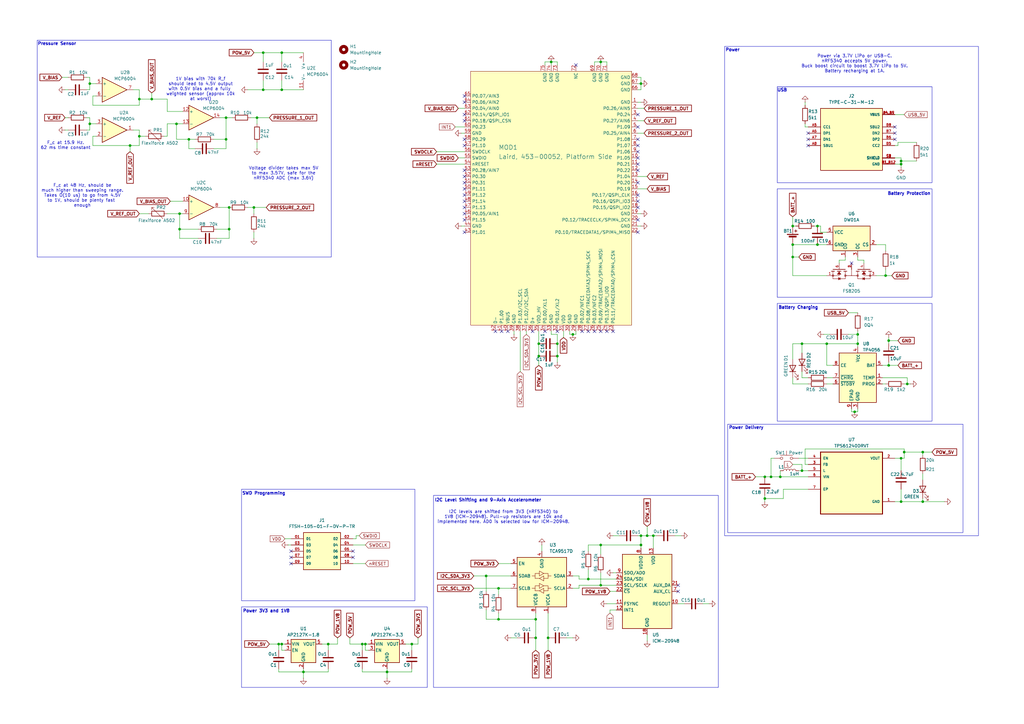
<source format=kicad_sch>
(kicad_sch (version 20250114) (generator "eeschema") (generator_version "9.0")
  (paper "A3")
  (rectangle (start 177.8 203.2) (end 294.64 281.94))
  (rectangle (start 298.45 173.99) (end 394.97 218.44))
  (rectangle (start 99.06 200.66) (end 170.18 246.38))
  (rectangle (start 318.77 77.47) (end 382.27 121.92))
  (rectangle (start 99.06 248.92) (end 175.26 281.94))
  (rectangle (start 15.24 16.51) (end 135.89 105.41))
  (rectangle (start 297.18 19.05) (end 401.32 219.71))
  (rectangle (start 318.77 124.46) (end 382.27 172.72))
  (rectangle (start 318.77 35.56) (end 382.27 74.93))
  (text "Power" (at 300.482 20.574 0) (effects (font (size 1.27 1.27) (thickness 0.254) (bold yes))))
  (text "USB" (at 320.802 37.084 0) (effects (font (size 1.27 1.27) (thickness 0.254) (bold yes))))
  (text "Battery Charging\n" (at 327.406 126.238 0) (effects (font (size 1.27 1.27) (thickness 0.254) (bold yes))))
  (text "I2C Level Shifting and 9-Axis Accelerometer" (at 200.152 205.232 0) (effects (font (size 1.27 1.27) (thickness 0.254) (bold yes))))
  (text "Voltage divider takes max 5V\nto max 3.57V, safe for the\nnRF5340 ADC (max 3.6V)" (at 116.332 71.12 0) (effects (font (size 1.27 1.27))))
  (text "1V bias with 70k R_f\nshould lead to 4.5V output\nwith 0.5V bias and a fully \nweighted sensor (approx 10k\nat worst)" (at 82.296 36.576 0) (effects (font (size 1.27 1.27))))
  (text "Power Delivery" (at 306.07 175.514 0) (effects (font (size 1.27 1.27) (thickness 0.254) (bold yes))))
  (text "Power via 3.7V LiPo or USB-C.\nnRF5340 accepts 5V power.\nBuck boost circuit to boost 3.7V LiPo to 5V.\nBattery recharging at 1A." (at 350.52 26.162 0) (effects (font (size 1.27 1.27) (thickness 0.1588))))
  (text "Pressure Sensor\n" (at 23.368 18.034 0) (effects (font (size 1.27 1.27) (thickness 0.254) (bold yes))))
  (text "Power 3V3 and 1V8" (at 109.22 250.698 0) (effects (font (size 1.27 1.27) (thickness 0.254) (bold yes))))
  (text "F_c at 48 Hz, should be\nmuch higher than sweeping range.\nTakes O(10 us) to go from 4.5V\nto 1V, should be plenty fast \nenough" (at 33.782 80.264 0) (effects (font (size 1.27 1.27))))
  (text "F_c at 15.9 Hz.\n62 ms time constant" (at 26.924 59.69 0) (effects (font (size 1.27 1.27) (thickness 0.1588))))
  (text "I2C levels are shifted from 3V3 (nRF5340) to\n1V8 (ICM-20948). Pull-up resistors are 10k and\nimplemented here. AD0 is selected low for ICM-20948." (at 206.502 212.09 0) (effects (font (size 1.27 1.27) (thickness 0.1588))))
  (text "Battery Protection" (at 372.872 79.502 0) (effects (font (size 1.27 1.27) (thickness 0.254) (bold yes))))
  (text "SWD Programming" (at 108.204 202.438 0) (effects (font (size 1.27 1.27) (thickness 0.254) (bold yes))))
  (junction (at 73.66 93.98))
  (junction (at 62.23 40.64))
  (junction (at 369.57 67.31))
  (junction (at 364.49 149.86))
  (junction (at 339.09 140.97))
  (junction (at 246.38 25.4))
  (junction (at 228.6 140.97))
  (junction (at 320.04 195.58))
  (junction (at 105.41 48.26))
  (junction (at 328.93 140.97))
  (junction (at 369.57 66.04))
  (junction (at 313.69 204.47))
  (junction (at 316.23 195.58))
  (junction (at 158.75 275.59))
  (junction (at 363.22 113.03))
  (junction (at 265.43 219.71))
  (junction (at 115.57 264.16))
  (junction (at 228.6 146.05))
  (junction (at 241.3 237.49))
  (junction (at 104.14 85.09))
  (junction (at 36.83 50.8))
  (junction (at 325.12 105.41))
  (junction (at 53.34 59.69))
  (junction (at 262.89 219.71))
  (junction (at 262.89 223.52))
  (junction (at 115.57 21.59))
  (junction (at 115.57 36.83))
  (junction (at 124.46 275.59))
  (junction (at 219.71 254))
  (junction (at 57.15 40.64))
  (junction (at 114.3 264.16))
  (junction (at 219.71 261.62))
  (junction (at 335.28 100.33))
  (junction (at 378.46 205.74))
  (junction (at 370.84 185.42))
  (junction (at 57.15 55.88))
  (junction (at 328.93 193.04))
  (junction (at 107.95 36.83))
  (junction (at 148.59 264.16))
  (junction (at 92.71 57.15))
  (junction (at 77.47 57.15))
  (junction (at 199.39 236.22))
  (junction (at 92.71 48.26))
  (junction (at 364.49 139.7))
  (junction (at 234.95 137.16))
  (junction (at 378.46 185.42))
  (junction (at 226.06 25.4))
  (junction (at 372.11 157.48))
  (junction (at 224.79 261.62))
  (junction (at 369.57 187.96))
  (junction (at 369.57 205.74))
  (junction (at 351.79 140.97))
  (junction (at 262.89 34.29))
  (junction (at 36.83 34.29))
  (junction (at 204.47 254))
  (junction (at 93.98 93.98))
  (junction (at 246.38 240.03))
  (junction (at 204.47 241.3))
  (junction (at 350.52 168.91))
  (junction (at 313.69 195.58))
  (junction (at 149.86 264.16))
  (junction (at 325.12 100.33))
  (junction (at 351.79 137.16))
  (junction (at 107.95 21.59))
  (junction (at 325.12 92.71))
  (junction (at 267.97 219.71))
  (junction (at 134.62 264.16))
  (junction (at 220.98 140.97))
  (junction (at 168.91 264.16))
  (junction (at 72.39 50.8))
  (junction (at 246.38 223.52))
  (junction (at 73.66 87.63))
  (junction (at 220.98 146.05))
  (junction (at 93.98 85.09))
  (junction (at 335.28 92.71))
  (no_connect (at 261.62 85.09))
  (no_connect (at 331.47 59.69))
  (no_connect (at 190.5 69.85))
  (no_connect (at 331.47 57.15))
  (no_connect (at 241.3 135.89))
  (no_connect (at 261.62 67.31))
  (no_connect (at 190.5 49.53))
  (no_connect (at 190.5 82.55))
  (no_connect (at 331.47 54.61))
  (no_connect (at 246.38 135.89))
  (no_connect (at 278.13 242.57))
  (no_connect (at 190.5 90.17))
  (no_connect (at 228.6 135.89))
  (no_connect (at 119.38 226.06))
  (no_connect (at 205.74 135.89))
  (no_connect (at 190.5 95.25))
  (no_connect (at 190.5 46.99))
  (no_connect (at 278.13 240.03))
  (no_connect (at 367.03 54.61))
  (no_connect (at 261.62 74.93))
  (no_connect (at 190.5 41.91))
  (no_connect (at 261.62 52.07))
  (no_connect (at 223.52 135.89))
  (no_connect (at 261.62 59.69))
  (no_connect (at 190.5 77.47))
  (no_connect (at 251.46 135.89))
  (no_connect (at 261.62 69.85))
  (no_connect (at 203.2 135.89))
  (no_connect (at 144.78 228.6))
  (no_connect (at 261.62 46.99))
  (no_connect (at 190.5 85.09))
  (no_connect (at 238.76 135.89))
  (no_connect (at 367.03 52.07))
  (no_connect (at 190.5 87.63))
  (no_connect (at 208.28 135.89))
  (no_connect (at 190.5 74.93))
  (no_connect (at 261.62 57.15))
  (no_connect (at 261.62 95.25))
  (no_connect (at 243.84 135.89))
  (no_connect (at 261.62 90.17))
  (no_connect (at 119.38 228.6))
  (no_connect (at 261.62 80.01))
  (no_connect (at 261.62 64.77))
  (no_connect (at 261.62 82.55))
  (no_connect (at 349.25 107.95))
  (no_connect (at 261.62 62.23))
  (no_connect (at 144.78 226.06))
  (no_connect (at 218.44 135.89))
  (no_connect (at 367.03 57.15))
  (no_connect (at 190.5 39.37))
  (no_connect (at 190.5 80.01))
  (no_connect (at 236.22 26.67))
  (no_connect (at 190.5 72.39))
  (no_connect (at 190.5 57.15))
  (no_connect (at 119.38 231.14))
  (no_connect (at 190.5 59.69))
  (no_connect (at 248.92 135.89))
  (wire (pts (xy 267.97 219.71) (xy 267.97 224.79)))
  (wire (pts (xy 349.25 168.91) (xy 350.52 168.91)))
  (wire (pts (xy 313.69 204.47) (xy 321.31 204.47)))
  (wire (pts (xy 53.34 59.69) (xy 53.34 62.23)))
  (wire (pts (xy 134.62 264.16) (xy 132.08 264.16)))
  (wire (pts (xy 38.1 39.37) (xy 38.1 43.18)))
  (wire (pts (xy 261.62 219.71) (xy 262.89 219.71)))
  (wire (pts (xy 171.45 261.62) (xy 171.45 264.16)))
  (wire (pts (xy 124.46 275.59) (xy 124.46 278.13)))
  (wire (pts (xy 237.49 237.49) (xy 241.3 237.49)))
  (wire (pts (xy 261.62 54.61) (xy 264.16 54.61)))
  (wire (pts (xy 364.49 139.7) (xy 368.3 139.7)))
  (wire (pts (xy 168.91 275.59) (xy 158.75 275.59)))
  (wire (pts (xy 92.71 57.15) (xy 87.63 57.15)))
  (wire (pts (xy 81.28 93.98) (xy 73.66 93.98)))
  (wire (pts (xy 57.15 36.83) (xy 54.61 36.83)))
  (wire (pts (xy 134.62 266.7) (xy 134.62 264.16)))
  (wire (pts (xy 251.46 234.95) (xy 252.73 234.95)))
  (wire (pts (xy 25.4 31.75) (xy 27.94 31.75)))
  (wire (pts (xy 261.62 44.45) (xy 264.16 44.45)))
  (wire (pts (xy 359.41 100.33) (xy 363.22 100.33)))
  (wire (pts (xy 57.15 55.88) (xy 59.69 55.88)))
  (wire (pts (xy 370.84 185.42) (xy 370.84 187.96)))
  (wire (pts (xy 105.41 48.26) (xy 110.49 48.26)))
  (wire (pts (xy 104.14 21.59) (xy 107.95 21.59)))
  (wire (pts (xy 351.79 168.91) (xy 350.52 168.91)))
  (wire (pts (xy 80.01 60.96) (xy 77.47 60.96)))
  (wire (pts (xy 346.71 106.68) (xy 344.17 106.68)))
  (wire (pts (xy 93.98 85.09) (xy 93.98 93.98)))
  (wire (pts (xy 107.95 36.83) (xy 115.57 36.83)))
  (wire (pts (xy 339.09 149.86) (xy 339.09 140.97)))
  (wire (pts (xy 115.57 36.83) (xy 124.46 36.83)))
  (wire (pts (xy 241.3 226.06) (xy 241.3 223.52)))
  (wire (pts (xy 248.92 247.65) (xy 252.73 247.65)))
  (wire (pts (xy 194.31 241.3) (xy 204.47 241.3)))
  (wire (pts (xy 370.84 184.15) (xy 370.84 185.42)))
  (wire (pts (xy 104.14 95.25) (xy 104.14 97.79)))
  (wire (pts (xy 265.43 260.35) (xy 265.43 262.89)))
  (wire (pts (xy 226.06 137.16) (xy 226.06 135.89)))
  (wire (pts (xy 223.52 25.4) (xy 226.06 25.4)))
  (wire (pts (xy 148.59 274.32) (xy 148.59 275.59)))
  (wire (pts (xy 116.84 266.7) (xy 115.57 266.7)))
  (wire (pts (xy 241.3 223.52) (xy 246.38 223.52)))
  (wire (pts (xy 328.93 154.94) (xy 331.47 154.94)))
  (wire (pts (xy 248.92 26.67) (xy 248.92 25.4)))
  (wire (pts (xy 335.28 100.33) (xy 339.09 100.33)))
  (wire (pts (xy 349.25 167.64) (xy 349.25 168.91)))
  (wire (pts (xy 313.69 195.58) (xy 316.23 195.58)))
  (wire (pts (xy 215.9 135.89) (xy 215.9 137.16)))
  (wire (pts (xy 226.06 25.4) (xy 226.06 26.67)))
  (wire (pts (xy 158.75 275.59) (xy 158.75 274.32)))
  (wire (pts (xy 369.57 187.96) (xy 367.03 187.96)))
  (wire (pts (xy 220.98 149.86) (xy 220.98 146.05)))
  (wire (pts (xy 149.86 264.16) (xy 151.13 264.16)))
  (wire (pts (xy 228.6 146.05) (xy 228.6 148.59)))
  (wire (pts (xy 35.56 53.34) (xy 36.83 53.34)))
  (wire (pts (xy 228.6 137.16) (xy 228.6 140.97)))
  (wire (pts (xy 146.05 220.98) (xy 144.78 220.98)))
  (wire (pts (xy 243.84 26.67) (xy 243.84 25.4)))
  (wire (pts (xy 316.23 195.58) (xy 320.04 195.58)))
  (wire (pts (xy 124.46 274.32) (xy 124.46 275.59)))
  (wire (pts (xy 250.19 242.57) (xy 252.73 242.57)))
  (wire (pts (xy 67.31 55.88) (xy 68.58 55.88)))
  (wire (pts (xy 246.38 25.4) (xy 246.38 26.67)))
  (wire (pts (xy 57.15 43.18) (xy 57.15 40.64)))
  (wire (pts (xy 38.1 59.69) (xy 38.1 55.88)))
  (wire (pts (xy 369.57 66.04) (xy 369.57 67.31)))
  (wire (pts (xy 68.58 55.88) (xy 68.58 50.8)))
  (wire (pts (xy 344.17 107.95) (xy 344.17 106.68)))
  (wire (pts (xy 370.84 157.48) (xy 372.11 157.48)))
  (wire (pts (xy 187.96 44.45) (xy 190.5 44.45)))
  (wire (pts (xy 261.62 31.75) (xy 262.89 31.75)))
  (wire (pts (xy 351.79 137.16) (xy 351.79 140.97)))
  (wire (pts (xy 361.95 154.94) (xy 372.11 154.94)))
  (wire (pts (xy 179.07 62.23) (xy 190.5 62.23)))
  (wire (pts (xy 219.71 254) (xy 219.71 261.62)))
  (wire (pts (xy 26.67 48.26) (xy 27.94 48.26)))
  (wire (pts (xy 105.41 58.42) (xy 105.41 60.96)))
  (wire (pts (xy 115.57 266.7) (xy 115.57 264.16)))
  (wire (pts (xy 110.49 264.16) (xy 114.3 264.16)))
  (wire (pts (xy 74.93 45.72) (xy 68.58 45.72)))
  (wire (pts (xy 267.97 219.71) (xy 269.24 219.71)))
  (wire (pts (xy 364.49 148.59) (xy 364.49 149.86)))
  (wire (pts (xy 210.82 135.89) (xy 210.82 137.16)))
  (wire (pts (xy 57.15 40.64) (xy 57.15 36.83)))
  (wire (pts (xy 367.03 67.31) (xy 369.57 67.31)))
  (wire (pts (xy 77.47 60.96) (xy 77.47 57.15)))
  (wire (pts (xy 339.09 157.48) (xy 341.63 157.48)))
  (wire (pts (xy 204.47 231.14) (xy 209.55 231.14)))
  (wire (pts (xy 316.23 187.96) (xy 316.23 195.58)))
  (wire (pts (xy 204.47 241.3) (xy 209.55 241.3)))
  (wire (pts (xy 199.39 236.22) (xy 209.55 236.22)))
  (wire (pts (xy 114.3 274.32) (xy 114.3 275.59)))
  (wire (pts (xy 339.09 140.97) (xy 351.79 140.97)))
  (wire (pts (xy 278.13 247.65) (xy 280.67 247.65)))
  (wire (pts (xy 261.62 72.39) (xy 265.43 72.39)))
  (wire (pts (xy 351.79 167.64) (xy 351.79 168.91)))
  (wire (pts (xy 262.89 36.83) (xy 262.89 34.29)))
  (wire (pts (xy 234.95 236.22) (xy 237.49 236.22)))
  (wire (pts (xy 73.66 93.98) (xy 73.66 97.79)))
  (wire (pts (xy 347.98 128.27) (xy 351.79 128.27)))
  (wire (pts (xy 246.38 240.03) (xy 252.73 240.03)))
  (wire (pts (xy 107.95 33.02) (xy 107.95 36.83)))
  (wire (pts (xy 367.03 205.74) (xy 369.57 205.74)))
  (wire (pts (xy 262.89 31.75) (xy 262.89 34.29)))
  (wire (pts (xy 325.12 190.5) (xy 328.93 190.5)))
  (wire (pts (xy 327.66 193.04) (xy 328.93 193.04)))
  (wire (pts (xy 368.3 58.42) (xy 368.3 59.69)))
  (wire (pts (xy 331.47 200.66) (xy 321.31 200.66)))
  (wire (pts (xy 339.09 154.94) (xy 341.63 154.94)))
  (wire (pts (xy 194.31 236.22) (xy 199.39 236.22)))
  (wire (pts (xy 92.71 48.26) (xy 95.25 48.26)))
  (wire (pts (xy 143.51 261.62) (xy 143.51 264.16)))
  (wire (pts (xy 223.52 26.67) (xy 223.52 25.4)))
  (wire (pts (xy 334.01 92.71) (xy 335.28 92.71)))
  (wire (pts (xy 220.98 135.89) (xy 220.98 140.97)))
  (wire (pts (xy 363.22 113.03) (xy 365.76 113.03)))
  (wire (pts (xy 265.43 215.9) (xy 265.43 219.71)))
  (wire (pts (xy 363.22 100.33) (xy 363.22 102.87)))
  (wire (pts (xy 114.3 275.59) (xy 124.46 275.59)))
  (wire (pts (xy 288.29 247.65) (xy 290.83 247.65)))
  (wire (pts (xy 237.49 240.03) (xy 237.49 241.3)))
  (wire (pts (xy 364.49 138.43) (xy 364.49 139.7)))
  (wire (pts (xy 237.49 236.22) (xy 237.49 237.49)))
  (wire (pts (xy 228.6 140.97) (xy 228.6 146.05)))
  (wire (pts (xy 262.89 219.71) (xy 265.43 219.71)))
  (wire (pts (xy 138.43 261.62) (xy 138.43 264.16)))
  (wire (pts (xy 261.62 92.71) (xy 262.89 92.71)))
  (wire (pts (xy 171.45 264.16) (xy 168.91 264.16)))
  (wire (pts (xy 149.86 223.52) (xy 144.78 223.52)))
  (wire (pts (xy 364.49 139.7) (xy 364.49 140.97)))
  (wire (pts (xy 57.15 53.34) (xy 57.15 55.88)))
  (wire (pts (xy 236.22 137.16) (xy 234.95 137.16)))
  (wire (pts (xy 53.34 59.69) (xy 38.1 59.69)))
  (wire (pts (xy 347.98 137.16) (xy 351.79 137.16)))
  (wire (pts (xy 321.31 200.66) (xy 321.31 204.47)))
  (wire (pts (xy 114.3 264.16) (xy 115.57 264.16)))
  (wire (pts (xy 57.15 55.88) (xy 57.15 59.69)))
  (wire (pts (xy 320.04 195.58) (xy 331.47 195.58)))
  (wire (pts (xy 115.57 33.02) (xy 115.57 36.83)))
  (wire (pts (xy 220.98 140.97) (xy 220.98 146.05)))
  (wire (pts (xy 148.59 275.59) (xy 158.75 275.59)))
  (wire (pts (xy 35.56 31.75) (xy 36.83 31.75)))
  (wire (pts (xy 336.55 95.25) (xy 339.09 95.25)))
  (wire (pts (xy 90.17 48.26) (xy 92.71 48.26)))
  (wire (pts (xy 148.59 264.16) (xy 149.86 264.16)))
  (wire (pts (xy 36.83 50.8) (xy 36.83 53.34)))
  (wire (pts (xy 351.79 135.89) (xy 351.79 137.16)))
  (wire (pts (xy 102.87 48.26) (xy 105.41 48.26)))
  (wire (pts (xy 80.01 57.15) (xy 77.47 57.15)))
  (wire (pts (xy 72.39 57.15) (xy 72.39 50.8)))
  (wire (pts (xy 243.84 25.4) (xy 246.38 25.4)))
  (wire (pts (xy 246.38 223.52) (xy 246.38 227.33)))
  (wire (pts (xy 168.91 264.16) (xy 166.37 264.16)))
  (wire (pts (xy 148.59 264.16) (xy 148.59 266.7)))
  (wire (pts (xy 204.47 254) (xy 219.71 254)))
  (wire (pts (xy 378.46 185.42) (xy 378.46 186.69)))
  (wire (pts (xy 57.15 59.69) (xy 53.34 59.69)))
  (wire (pts (xy 378.46 204.47) (xy 378.46 205.74)))
  (wire (pts (xy 146.05 219.71) (xy 146.05 220.98)))
  (wire (pts (xy 330.2 52.07) (xy 331.47 52.07)))
  (wire (pts (xy 367.03 64.77) (xy 369.57 64.77)))
  (wire (pts (xy 228.6 25.4) (xy 226.06 25.4)))
  (wire (pts (xy 107.95 21.59) (xy 107.95 25.4)))
  (wire (pts (xy 186.69 52.07) (xy 190.5 52.07)))
  (wire (pts (xy 228.6 137.16) (xy 226.06 137.16)))
  (wire (pts (xy 368.3 58.42) (xy 375.92 58.42)))
  (wire (pts (xy 231.14 135.89) (xy 231.14 138.43)))
  (wire (pts (xy 330.2 41.91) (xy 330.2 43.18)))
  (wire (pts (xy 134.62 274.32) (xy 134.62 275.59)))
  (wire (pts (xy 204.47 251.46) (xy 204.47 254)))
  (wire (pts (xy 341.63 149.86) (xy 339.09 149.86)))
  (wire (pts (xy 134.62 275.59) (xy 124.46 275.59)))
  (wire (pts (xy 232.41 261.62) (xy 234.95 261.62)))
  (wire (pts (xy 369.57 205.74) (xy 378.46 205.74)))
  (wire (pts (xy 331.47 190.5) (xy 330.2 190.5)))
  (wire (pts (xy 261.62 49.53) (xy 264.16 49.53)))
  (wire (pts (xy 114.3 264.16) (xy 114.3 266.7)))
  (wire (pts (xy 325.12 154.94) (xy 325.12 157.48)))
  (wire (pts (xy 325.12 140.97) (xy 328.93 140.97)))
  (wire (pts (xy 73.66 87.63) (xy 74.93 87.63)))
  (wire (pts (xy 224.79 251.46) (xy 224.79 261.62)))
  (wire (pts (xy 262.89 219.71) (xy 262.89 223.52)))
  (wire (pts (xy 370.84 185.42) (xy 378.46 185.42)))
  (wire (pts (xy 199.39 254) (xy 204.47 254)))
  (wire (pts (xy 233.68 137.16) (xy 234.95 137.16)))
  (wire (pts (xy 118.11 223.52) (xy 119.38 223.52)))
  (wire (pts (xy 149.86 266.7) (xy 149.86 264.16)))
  (wire (pts (xy 261.62 87.63) (xy 262.89 87.63)))
  (wire (pts (xy 313.69 203.2) (xy 313.69 204.47)))
  (wire (pts (xy 73.66 87.63) (xy 73.66 93.98)))
  (wire (pts (xy 38.1 43.18) (xy 57.15 43.18)))
  (wire (pts (xy 378.46 194.31) (xy 378.46 196.85)))
  (wire (pts (xy 261.62 77.47) (xy 265.43 77.47)))
  (wire (pts (xy 328.93 144.78) (xy 328.93 140.97)))
  (wire (pts (xy 351.79 140.97) (xy 351.79 142.24)))
  (wire (pts (xy 72.39 50.8) (xy 74.93 50.8)))
  (wire (pts (xy 204.47 241.3) (xy 204.47 243.84)))
  (wire (pts (xy 36.83 34.29) (xy 36.83 36.83)))
  (wire (pts (xy 143.51 264.16) (xy 148.59 264.16)))
  (wire (pts (xy 77.47 57.15) (xy 72.39 57.15)))
  (wire (pts (xy 68.58 50.8) (xy 72.39 50.8)))
  (wire (pts (xy 237.49 240.03) (xy 246.38 240.03)))
  (wire (pts (xy 246.38 223.52) (xy 262.89 223.52)))
  (wire (pts (xy 262.89 223.52) (xy 262.89 224.79)))
  (wire (pts (xy 328.93 140.97) (xy 339.09 140.97)))
  (wire (pts (xy 68.58 45.72) (xy 68.58 40.64)))
  (wire (pts (xy 151.13 266.7) (xy 149.86 266.7)))
  (wire (pts (xy 68.58 40.64) (xy 62.23 40.64)))
  (wire (pts (xy 35.56 36.83) (xy 36.83 36.83)))
  (wire (pts (xy 62.23 40.64) (xy 57.15 40.64)))
  (wire (pts (xy 369.57 193.04) (xy 369.57 187.96)))
  (wire (pts (xy 219.71 261.62) (xy 219.71 266.7)))
  (wire (pts (xy 219.71 251.46) (xy 219.71 254)))
  (wire (pts (xy 378.46 185.42) (xy 382.27 185.42)))
  (wire (pts (xy 261.62 36.83) (xy 262.89 36.83)))
  (wire (pts (xy 158.75 275.59) (xy 158.75 278.13)))
  (wire (pts (xy 237.49 241.3) (xy 234.95 241.3)))
  (wire (pts (xy 115.57 264.16) (xy 116.84 264.16)))
  (wire (pts (xy 90.17 85.09) (xy 93.98 85.09)))
  (wire (pts (xy 36.83 34.29) (xy 39.37 34.29)))
  (wire (pts (xy 241.3 233.68) (xy 241.3 237.49)))
  (wire (pts (xy 346.71 106.68) (xy 346.71 105.41)))
  (wire (pts (xy 327.66 187.96) (xy 331.47 187.96)))
  (wire (pts (xy 330.2 184.15) (xy 370.84 184.15)))
  (wire (pts (xy 228.6 26.67) (xy 228.6 25.4)))
  (wire (pts (xy 105.41 48.26) (xy 105.41 50.8)))
  (wire (pts (xy 325.12 113.03) (xy 325.12 105.41)))
  (wire (pts (xy 138.43 264.16) (xy 134.62 264.16)))
  (wire (pts (xy 367.03 46.99) (xy 370.84 46.99)))
  (wire (pts (xy 209.55 261.62) (xy 212.09 261.62)))
  (wire (pts (xy 325.12 92.71) (xy 326.39 92.71)))
  (wire (pts (xy 26.67 36.83) (xy 27.94 36.83)))
  (wire (pts (xy 325.12 88.9) (xy 325.12 92.71)))
  (wire (pts (xy 115.57 21.59) (xy 115.57 25.4)))
  (wire (pts (xy 369.57 64.77) (xy 369.57 66.04)))
  (wire (pts (xy 87.63 60.96) (xy 92.71 60.96)))
  (wire (pts (xy 339.09 113.03) (xy 325.12 113.03)))
  (wire (pts (xy 313.69 204.47) (xy 313.69 205.74)))
  (wire (pts (xy 101.6 36.83) (xy 107.95 36.83)))
  (wire (pts (xy 276.86 219.71) (xy 279.4 219.71)))
  (wire (pts (xy 168.91 274.32) (xy 168.91 275.59)))
  (wire (pts (xy 372.11 154.94) (xy 372.11 157.48)))
  (wire (pts (xy 250.19 250.19) (xy 252.73 250.19)))
  (wire (pts (xy 248.92 25.4) (xy 246.38 25.4)))
  (wire (pts (xy 325.12 147.32) (xy 325.12 140.97)))
  (wire (pts (xy 328.93 152.4) (xy 328.93 154.94)))
  (wire (pts (xy 246.38 234.95) (xy 246.38 240.03)))
  (wire (pts (xy 368.3 59.69) (xy 367.03 59.69)))
  (wire (pts (xy 369.57 187.96) (xy 370.84 187.96)))
  (wire (pts (xy 351.79 106.68) (xy 351.79 105.41)))
  (wire (pts (xy 364.49 149.86) (xy 361.95 149.86)))
  (wire (pts (xy 361.95 157.48) (xy 363.22 157.48)))
  (wire (pts (xy 68.58 87.63) (xy 73.66 87.63)))
  (wire (pts (xy 93.98 93.98) (xy 88.9 93.98)))
  (wire (pts (xy 378.46 205.74) (xy 387.35 205.74)))
  (wire (pts (xy 199.39 236.22) (xy 199.39 242.57)))
  (wire (pts (xy 354.33 107.95) (xy 354.33 106.68)))
  (wire (pts (xy 325.12 157.48) (xy 331.47 157.48)))
  (wire (pts (xy 335.28 92.71) (xy 336.55 92.71)))
  (wire (pts (xy 88.9 97.79) (xy 93.98 97.79)))
  (wire (pts (xy 147.32 219.71) (xy 146.05 219.71)))
  (wire (pts (xy 36.83 48.26) (xy 36.83 50.8)))
  (wire (pts (xy 325.12 105.41) (xy 325.12 100.33)))
  (wire (pts (xy 261.62 41.91) (xy 262.89 41.91)))
  (wire (pts (xy 35.56 48.26) (xy 36.83 48.26)))
  (wire (pts (xy 36.83 31.75) (xy 36.83 34.29)))
  (wire (pts (xy 261.62 34.29) (xy 262.89 34.29)))
  (wire (pts (xy 38.1 55.88) (xy 39.37 55.88)))
  (wire (pts (xy 224.79 261.62) (xy 224.79 266.7)))
  (wire (pts (xy 26.67 53.34) (xy 27.94 53.34)))
  (wire (pts (xy 36.83 50.8) (xy 39.37 50.8)))
  (wire (pts (xy 92.71 60.96) (xy 92.71 57.15)))
  (wire (pts (xy 222.25 223.52) (xy 222.25 226.06)))
  (wire (pts (xy 320.04 193.04) (xy 320.04 195.58)))
  (wire (pts (xy 233.68 135.89) (xy 233.68 137.16)))
  (wire (pts (xy 250.19 251.46) (xy 250.19 250.19)))
  (wire (pts (xy 54.61 53.34) (xy 57.15 53.34)))
  (wire (pts (xy 69.85 82.55) (xy 74.93 82.55)))
  (wire (pts (xy 213.36 135.89) (xy 213.36 152.4)))
  (wire (pts (xy 363.22 113.03) (xy 363.22 110.49)))
  (wire (pts (xy 359.41 113.03) (xy 363.22 113.03)))
  (wire (pts (xy 330.2 190.5) (xy 330.2 184.15)))
  (wire (pts (xy 330.2 50.8) (xy 330.2 52.07)))
  (wire (pts (xy 364.49 149.86) (xy 368.3 149.86)))
  (wire (pts (xy 241.3 237.49) (xy 252.73 237.49)))
  (wire (pts (xy 236.22 135.89) (xy 236.22 137.16)))
  (wire (pts (xy 168.91 266.7) (xy 168.91 264.16)))
  (wire (pts (xy 81.28 97.79) (xy 73.66 97.79)))
  (wire (pts (xy 309.88 195.58) (xy 313.69 195.58)))
  (wire (pts (xy 317.5 187.96) (xy 316.23 187.96)))
  (wire (pts (xy 116.84 220.98) (xy 119.38 220.98)))
  (wire (pts (xy 101.6 85.09) (xy 104.14 85.09)))
  (wire (pts (xy 57.15 87.63) (xy 60.96 87.63)))
  (wire (pts (xy 375.92 66.04) (xy 369.57 66.04)))
  (wire (pts (xy 92.71 48.26) (xy 92.71 57.15)))
  (wire (pts (xy 104.14 85.09) (xy 104.14 87.63)))
  (wire (pts (xy 149.86 231.14) (xy 144.78 231.14)))
  (wire (pts (xy 325.12 100.33) (xy 335.28 100.33)))
  (wire (pts (xy 93.98 97.79) (xy 93.98 93.98)))
  (wire (pts (xy 104.14 85.09) (xy 109.22 85.09)))
  (wire (pts (xy 189.23 92.71) (xy 190.5 92.71)))
  (wire (pts (xy 189.23 54.61) (xy 190.5 54.61)))
  (wire (pts (xy 265.43 219.71) (xy 267.97 219.71)))
  (wire (pts (xy 254 219.71) (xy 251.46 219.71)))
  (wire (pts (xy 369.57 67.31) (xy 369.57 68.58)))
  (wire (pts (xy 337.82 137.16) (xy 340.36 137.16)))
  (wire (pts (xy 373.38 157.48) (xy 372.11 157.48)))
  (wire (pts (xy 107.95 21.59) (xy 115.57 21.59)))
  (wire (pts (xy 199.39 250.19) (xy 199.39 254)))
  (wire (pts (xy 327.66 105.41) (xy 325.12 105.41)))
  (wire (pts (xy 354.33 106.68) (xy 351.79 106.68)))
  (wire (pts (xy 39.37 39.37) (xy 38.1 39.37)))
  (wire (pts (xy 336.55 92.71) (xy 336.55 95.25)))
  (wire (pts (xy 187.96 64.77) (xy 190.5 64.77)))
  (wire (pts (xy 328.93 193.04) (xy 331.47 193.04)))
  (wire (pts (xy 328.93 190.5) (xy 328.93 193.04)))
  (wire (pts (xy 179.07 67.31) (xy 190.5 67.31)))
  (wire (pts (xy 62.23 38.1) (xy 62.23 40.64)))
  (wire (pts (xy 369.57 200.66) (xy 369.57 205.74)))
  (wire (pts (xy 115.57 21.59) (xy 124.46 21.59)))
  (global_label "VDD" (shape input) (at 231.14 138.43 270) (effects (font (thickness 0.254) (bold yes))) (property "Intersheetrefs" "${INTERSHEET_REFS}" (effects (hide yes))))
  (global_label "I2C_SDA_3V3" (shape input) (at 194.31 236.22 180) (effects (font (thickness 0.254) (bold yes))) (property "Intersheetrefs" "${INTERSHEET_REFS}" (effects (hide yes))))
  (global_label "INT1" (shape input) (at 250.19 251.46 270) (property "Intersheetrefs" "${INTERSHEET_REFS}" (effects (hide yes))))
  (global_label "nRESET" (shape input) (at 179.07 67.31 180) (effects (font (thickness 0.254) (bold yes))) (property "Intersheetrefs" "${INTERSHEET_REFS}" (effects (hide yes))))
  (global_label "PRESSURE_2_OUT" (shape input) (at 264.16 54.61 0) (effects (font (thickness 0.254) (bold yes))) (property "Intersheetrefs" "${INTERSHEET_REFS}" (effects (hide yes))))
  (global_label "USB_5V" (shape input) (at 370.84 46.99 0) (property "Intersheetrefs" "${INTERSHEET_REFS}" (effects (hide yes))))
  (global_label "POW_3V3" (shape input) (at 219.71 266.7 270) (effects (font (thickness 0.254) (bold yes))) (property "Intersheetrefs" "${INTERSHEET_REFS}" (effects (hide yes))))
  (global_label "POW_5V" (shape input) (at 382.27 185.42 0) (effects (font (thickness 0.254) (bold yes))) (property "Intersheetrefs" "${INTERSHEET_REFS}" (effects (hide yes))))
  (global_label "POW_1V8" (shape input) (at 224.79 266.7 270) (effects (font (thickness 0.254) (bold yes))) (property "Intersheetrefs" "${INTERSHEET_REFS}" (effects (hide yes))))
  (global_label "V_BIAS_OUT" (shape input) (at 69.85 82.55 180) (effects (font (thickness 0.254) (bold yes))) (property "Intersheetrefs" "${INTERSHEET_REFS}" (effects (hide yes))))
  (global_label "V_BIAS" (shape input) (at 25.4 31.75 180) (effects (font (thickness 0.254) (bold yes))) (property "Intersheetrefs" "${INTERSHEET_REFS}" (effects (hide yes))))
  (global_label "GND" (shape input) (at 368.3 139.7 0) (effects (font (thickness 0.254) (bold yes))) (property "Intersheetrefs" "${INTERSHEET_REFS}" (effects (hide yes))))
  (global_label "SWDIO" (shape input) (at 147.32 219.71 0) (property "Intersheetrefs" "${INTERSHEET_REFS}" (effects (hide yes))))
  (global_label "POW_1V8" (shape input) (at 138.43 261.62 90) (effects (font (thickness 0.254) (bold yes))) (property "Intersheetrefs" "${INTERSHEET_REFS}" (effects (hide yes))))
  (global_label "I2C_SCL_3V3" (shape input) (at 213.36 152.4 270) (property "Intersheetrefs" "${INTERSHEET_REFS}" (effects (hide yes))))
  (global_label "SWDIO" (shape input) (at 187.96 64.77 180) (effects (font (thickness 0.254) (bold yes))) (property "Intersheetrefs" "${INTERSHEET_REFS}" (effects (hide yes))))
  (global_label "BATT_+" (shape input) (at 309.88 195.58 180) (effects (font (thickness 0.254) (bold yes))) (property "Intersheetrefs" "${INTERSHEET_REFS}" (effects (hide yes))))
  (global_label "POW_5V" (shape input) (at 110.49 264.16 180) (effects (font (thickness 0.254) (bold yes))) (property "Intersheetrefs" "${INTERSHEET_REFS}" (effects (hide yes))))
  (global_label "BATT_+" (shape input) (at 368.3 149.86 0) (effects (font (thickness 0.254) (bold yes))) (property "Intersheetrefs" "${INTERSHEET_REFS}" (effects (hide yes))))
  (global_label "V_REF_OUT" (shape input) (at 53.34 62.23 270) (effects (font (thickness 0.254) (bold yes))) (property "Intersheetrefs" "${INTERSHEET_REFS}" (effects (hide yes))))
  (global_label "INT1" (shape input) (at 186.69 52.07 180) (property "Intersheetrefs" "${INTERSHEET_REFS}" (effects (hide yes))))
  (global_label "GND" (shape input) (at 327.66 105.41 0) (effects (font (thickness 0.254) (bold yes))) (property "Intersheetrefs" "${INTERSHEET_REFS}" (effects (hide yes))))
  (global_label "USB_5V" (shape input) (at 347.98 128.27 180) (effects (font (thickness 0.254) (bold yes))) (property "Intersheetrefs" "${INTERSHEET_REFS}" (effects (hide yes))))
  (global_label "nRESET" (shape input) (at 149.86 231.14 0) (property "Intersheetrefs" "${INTERSHEET_REFS}" (effects (hide yes))))
  (global_label "V_REF" (shape input) (at 26.67 48.26 180) (effects (font (thickness 0.254) (bold yes))) (property "Intersheetrefs" "${INTERSHEET_REFS}" (effects (hide yes))))
  (global_label "POW_5V" (shape input) (at 104.14 21.59 180) (effects (font (thickness 0.254) (bold yes))) (property "Intersheetrefs" "${INTERSHEET_REFS}" (effects (hide yes))))
  (global_label "PRESSURE_2_OUT" (shape input) (at 109.22 85.09 0) (effects (font (thickness 0.254) (bold yes))) (property "Intersheetrefs" "${INTERSHEET_REFS}" (effects (hide yes))))
  (global_label "POW_3V3" (shape input) (at 204.47 231.14 180) (effects (font (thickness 0.254) (bold yes))) (property "Intersheetrefs" "${INTERSHEET_REFS}" (effects (hide yes))))
  (global_label "POW_1V8" (shape input) (at 250.19 242.57 180) (effects (font (thickness 0.254) (bold yes))) (property "Intersheetrefs" "${INTERSHEET_REFS}" (effects (hide yes))))
  (global_label "VDD" (shape input) (at 116.84 220.98 180) (property "Intersheetrefs" "${INTERSHEET_REFS}" (effects (hide yes))))
  (global_label "POW_3V3" (shape input) (at 171.45 261.62 90) (effects (font (thickness 0.254) (bold yes))) (property "Intersheetrefs" "${INTERSHEET_REFS}" (effects (hide yes))))
  (global_label "L" (shape input) (at 325.12 190.5 180) (property "Intersheetrefs" "${INTERSHEET_REFS}" (effects (hide yes))))
  (global_label "POW_5V" (shape input) (at 220.98 149.86 270) (effects (font (thickness 0.254) (bold yes))) (property "Intersheetrefs" "${INTERSHEET_REFS}" (effects (hide yes))))
  (global_label "PRESSURE_1_OUT" (shape input) (at 264.16 44.45 0) (effects (font (thickness 0.254) (bold yes))) (property "Intersheetrefs" "${INTERSHEET_REFS}" (effects (hide yes))))
  (global_label "PRESSURE_1_OUT" (shape input) (at 110.49 48.26 0) (effects (font (thickness 0.254) (bold yes))) (property "Intersheetrefs" "${INTERSHEET_REFS}" (effects (hide yes))))
  (global_label "I2C_SDA_3V3" (shape input) (at 215.9 137.16 270) (property "Intersheetrefs" "${INTERSHEET_REFS}" (effects (hide yes))))
  (global_label "POW_1V8" (shape input) (at 265.43 215.9 90) (effects (font (thickness 0.254) (bold yes))) (property "Intersheetrefs" "${INTERSHEET_REFS}" (effects (hide yes))))
  (global_label "V_BIAS_OUT" (shape input) (at 187.96 44.45 180) (effects (font (thickness 0.254) (bold yes))) (property "Intersheetrefs" "${INTERSHEET_REFS}" (effects (hide yes))))
  (global_label "V_REF_OUT" (shape input) (at 264.16 49.53 0) (effects (font (thickness 0.254) (bold yes))) (property "Intersheetrefs" "${INTERSHEET_REFS}" (effects (hide yes))))
  (global_label "SWDCLK" (shape input) (at 179.07 62.23 180) (effects (font (thickness 0.254) (bold yes))) (property "Intersheetrefs" "${INTERSHEET_REFS}" (effects (hide yes))))
  (global_label "SWDCLK" (shape input) (at 149.86 223.52 0) (property "Intersheetrefs" "${INTERSHEET_REFS}" (effects (hide yes))))
  (global_label "V_REF_OUT" (shape input) (at 57.15 87.63 180) (effects (font (thickness 0.254) (bold yes))) (property "Intersheetrefs" "${INTERSHEET_REFS}" (effects (hide yes))))
  (global_label "V_BIAS_OUT" (shape input) (at 62.23 38.1 90) (effects (font (thickness 0.254) (bold yes))) (property "Intersheetrefs" "${INTERSHEET_REFS}" (effects (hide yes))))
  (global_label "V_BIAS" (shape input) (at 265.43 77.47 0) (effects (font (thickness 0.254) (bold yes))) (property "Intersheetrefs" "${INTERSHEET_REFS}" (effects (hide yes))))
  (global_label "BATT_+" (shape input) (at 325.12 88.9 90) (effects (font (thickness 0.254) (bold yes))) (property "Intersheetrefs" "${INTERSHEET_REFS}" (effects (hide yes))))
  (global_label "GND" (shape input) (at 365.76 113.03 0) (effects (font (thickness 0.254) (bold yes))) (property "Intersheetrefs" "${INTERSHEET_REFS}" (effects (hide yes))))
  (global_label "I2C_SCL_3V3" (shape input) (at 194.31 241.3 180) (effects (font (thickness 0.254) (bold yes))) (property "Intersheetrefs" "${INTERSHEET_REFS}" (effects (hide yes))))
  (global_label "V_REF" (shape input) (at 265.43 72.39 0) (effects (font (thickness 0.254) (bold yes))) (property "Intersheetrefs" "${INTERSHEET_REFS}" (effects (hide yes))))
  (global_label "POW_5V" (shape input) (at 143.51 261.62 90) (effects (font (thickness 0.254) (bold yes))) (property "Intersheetrefs" "${INTERSHEET_REFS}" (effects (hide yes))))
  (symbol (lib_id "power:GND") (at 228.6 148.59 0) (unit 1)
    (property "Reference" "#PWR022" (effects (hide yes)))
    (property "Value" "GND" (effects (hide yes)))
    (property "Description" "Power symbol creates a global label with name \"GND\" , ground" (effects (hide yes)))
  )
  (symbol (lib_id "Device:C") (at 313.69 199.39 180) (unit 1)
    (property "Reference" "C18" (at 312.166 201.93 0) (effects (justify left)))
    (property "Value" "2.2uF" (at 319.786 201.676 0) (effects (justify left)))
    (property "Footprint" "Capacitor_SMD:C_0603_1608Metric" (effects (hide yes)))
    (property "Description" "Unpolarized capacitor" (effects (hide yes)))
  )
  (symbol (lib_id "Logic_LevelTranslator:TCA9517D") (at 222.25 238.76 180) (unit 1)
    (property "Reference" "U3" (at 225.3681 223.52 0) (effects (justify right)))
    (property "Value" "TCA9517D" (at 225.3681 226.06 0) (effects (justify right)))
    (property "Footprint" "Package_SO:VSSOP-8_3x3mm_P0.65mm" (effects (hide yes)))
    (property "Datasheet" "https://www.ti.com/lit/ds/symlink/tca9517.pdf" (effects (hide yes)))
    (property "Description" "Level-Translating I2C Bus Buffer/Repeater With Enable Function, SOIC-8" (effects (hide yes)))
  )
  (symbol (lib_id "Device:C") (at 257.81 219.71 270) (unit 1)
    (property "Reference" "C11" (at 252.73 218.44 90) (effects (justify left)))
    (property "Value" "0u1" (at 259.08 218.186 90) (effects (justify left)))
    (property "Footprint" "Capacitor_SMD:C_0402_1005Metric" (effects (hide yes)))
    (property "Description" "Unpolarized capacitor" (effects (hide yes)))
  )
  (symbol (lib_id "Device:C") (at 114.3 270.51 180) (unit 1)
    (property "Reference" "C1" (at 113.538 272.796 0) (effects (justify left)))
    (property "Value" "0u1" (at 113.792 268.224 0) (effects (justify left)))
    (property "Footprint" "Capacitor_SMD:C_0402_1005Metric" (effects (hide yes)))
    (property "Description" "Unpolarized capacitor" (effects (hide yes)))
  )
  (symbol (lib_id "Device:R") (at 335.28 154.94 90) (unit 1)
    (property "Reference" "R15" (at 333.502 152.654 90))
    (property "Value" "20k" (at 337.566 152.654 90))
    (property "Footprint" "Resistor_SMD:R_0402_1005Metric_Pad0.72x0.64mm_HandSolder" (effects (hide yes)))
    (property "Description" "Resistor" (effects (hide yes)))
  )
  (symbol (lib_id "Device:R") (at 105.41 54.61 0) (unit 1)
    (property "Reference" "R12" (at 106.68 53.848 0) (effects (justify left)))
    (property "Value" "24k" (at 106.68 55.88 0) (effects (justify left)))
    (property "Footprint" "Resistor_SMD:R_0402_1005Metric_Pad0.72x0.64mm_HandSolder" (effects (hide yes)))
    (property "Description" "Resistor" (effects (hide yes)))
  )
  (symbol (lib_id "Device:LED") (at 328.93 148.59 90) (unit 1)
    (property "Reference" "D2" (at 331.724 145.796 0))
    (property "Value" "RED" (at 331.724 149.098 0))
    (property "Footprint" "LED_SMD:LED_0402_1005Metric" (effects (hide yes)))
    (property "Description" "Light emitting diode" (effects (hide yes)))
    (property "Sim.Pins" "1=K 2=A" (effects (hide yes)))
  )
  (symbol (lib_id "power:GND") (at 246.38 25.4 180) (unit 1)
    (property "Reference" "#PWR024" (effects (hide yes)))
    (property "Value" "GND" (effects (hide yes)))
    (property "Description" "Power symbol creates a global label with name \"GND\" , ground" (effects (hide yes)))
  )
  (symbol (lib_id "Device:R") (at 99.06 48.26 90) (unit 1)
    (property "Reference" "R10" (at 98.298 46.228 90) (effects (justify left)))
    (property "Value" "10k" (at 103.378 46.228 90) (effects (justify left)))
    (property "Footprint" "Resistor_SMD:R_0402_1005Metric_Pad0.72x0.64mm_HandSolder" (effects (hide yes)))
    (property "Description" "Resistor" (effects (hide yes)))
  )
  (symbol (lib_id "Device:R_Variable") (at 63.5 55.88 90) (unit 1)
    (property "Reference" "PR1" (at 64.77 53.34 90))
    (property "Value" "Flexiforce A502" (at 65.532 58.674 90))
    (property "Footprint" "Custom Footprints:Tekscan Pressure Sensor" (effects (hide yes)))
    (property "Description" "Variable resistor" (effects (hide yes)))
  )
  (symbol (lib_id "Device:C") (at 31.75 36.83 270) (unit 1)
    (property "Reference" "C2" (at 27.686 38.608 90) (effects (justify left)))
    (property "Value" "1uF" (at 33.02 38.354 90) (effects (justify left)))
    (property "Footprint" "Capacitor_SMD:C_0402_1005Metric" (effects (hide yes)))
    (property "Description" "Unpolarized capacitor" (effects (hide yes)))
  )
  (symbol (lib_id "Device:R") (at 31.75 31.75 90) (unit 1)
    (property "Reference" "R1" (at 30.988 29.718 90) (effects (justify left)))
    (property "Value" "10k" (at 36.068 29.718 90) (effects (justify left)))
    (property "Footprint" "Resistor_SMD:R_0402_1005Metric_Pad0.72x0.64mm_HandSolder" (effects (hide yes)))
    (property "Description" "Resistor" (effects (hide yes)))
  )
  (symbol (lib_id "Device:R") (at 246.38 231.14 180) (unit 1)
    (property "Reference" "R6" (at 244.348 231.902 90) (effects (justify left)))
    (property "Value" "10k" (at 244.348 226.822 90) (effects (justify left)))
    (property "Footprint" "Resistor_SMD:R_0603_1608Metric" (effects (hide yes)))
    (property "Description" "Resistor" (effects (hide yes)))
  )
  (symbol (lib_id "Mechanical:MountingHole") (at 140.97 20.32 0) (unit 1) (in_bom no)
    (property "Reference" "H1" (at 143.51 19.0499 0) (effects (justify left)))
    (property "Value" "MountingHole" (at 143.51 21.5899 0) (effects (justify left)))
    (property "Footprint" "MountingHole:MountingHole_2.2mm_M2" (effects (hide yes)))
    (property "Description" "Mounting Hole without connection" (effects (hide yes)))
  )
  (symbol (lib_id "power:GND") (at 330.2 41.91 180) (unit 1)
    (property "Reference" "#PWR030" (effects (hide yes)))
    (property "Value" "GND" (effects (hide yes)))
    (property "Description" "Power symbol creates a global label with name \"GND\" , ground" (effects (hide yes)))
  )
  (symbol (lib_id "power:GND") (at 189.23 92.71 270) (unit 1)
    (property "Reference" "#PWR019" (effects (hide yes)))
    (property "Value" "GND" (effects (hide yes)))
    (property "Description" "Power symbol creates a global label with name \"GND\" , ground" (effects (hide yes)))
  )
  (symbol (lib_id "Device:R") (at 104.14 91.44 0) (unit 1)
    (property "Reference" "R11" (at 105.41 90.678 0) (effects (justify left)))
    (property "Value" "24k" (at 105.41 92.71 0) (effects (justify left)))
    (property "Footprint" "Resistor_SMD:R_0402_1005Metric_Pad0.72x0.64mm_HandSolder" (effects (hide yes)))
    (property "Description" "Resistor" (effects (hide yes)))
  )
  (symbol (lib_id "Device:R_Variable") (at 64.77 87.63 90) (unit 1)
    (property "Reference" "PR2" (at 66.04 85.09 90))
    (property "Value" "Flexiforce A502" (at 64.262 90.424 90))
    (property "Footprint" "Custom Footprints:Tekscan Pressure Sensor" (effects (hide yes)))
    (property "Description" "Variable resistor" (effects (hide yes)))
  )
  (symbol (lib_id "Device:R") (at 97.79 85.09 90) (unit 1)
    (property "Reference" "R9" (at 97.028 83.058 90) (effects (justify left)))
    (property "Value" "10k" (at 102.108 83.058 90) (effects (justify left)))
    (property "Footprint" "Resistor_SMD:R_0402_1005Metric_Pad0.72x0.64mm_HandSolder" (effects (hide yes)))
    (property "Description" "Resistor" (effects (hide yes)))
  )
  (symbol (lib_id "power:GND") (at 387.35 205.74 90) (unit 1)
    (property "Reference" "#PWR036" (effects (hide yes)))
    (property "Value" "GND" (effects (hide yes)))
    (property "Description" "Power symbol creates a global label with name \"GND\" , ground" (effects (hide yes)))
  )
  (symbol (lib_id "Device:C") (at 224.79 140.97 90) (unit 1)
    (property "Reference" "C16" (at 222.504 144.78 0) (effects (justify left)))
    (property "Value" "0u1" (at 222.504 140.462 0) (effects (justify left)))
    (property "Footprint" "Capacitor_SMD:C_0603_1608Metric" (effects (hide yes)))
    (property "Description" "Unpolarized capacitor" (effects (hide yes)))
  )
  (symbol (lib_id "power:GND") (at 209.55 261.62 270) (unit 1)
    (property "Reference" "#PWR04" (effects (hide yes)))
    (property "Value" "GND" (effects (hide yes)))
    (property "Description" "Power symbol creates a global label with name \"GND\" , ground" (effects (hide yes)))
  )
  (symbol (lib_id "power:GND") (at 26.67 53.34 270) (unit 1)
    (property "Reference" "#PWR02" (effects (hide yes)))
    (property "Value" "GND" (effects (hide yes)))
    (property "Description" "Power symbol creates a global label with name \"GND\" , ground" (effects (hide yes)))
  )
  (symbol (lib_id "Device:R") (at 330.2 92.71 90) (unit 1)
    (property "Reference" "R14" (at 327.66 90.678 90))
    (property "Value" "100" (at 332.486 90.678 90))
    (property "Footprint" "Resistor_SMD:R_0402_1005Metric_Pad0.72x0.64mm_HandSolder" (effects (hide yes)))
    (property "Description" "Resistor" (effects (hide yes)))
  )
  (symbol (lib_id "Switch:SW_Push") (at 322.58 187.96 0) (unit 1)
    (property "Reference" "SW1" (at 320.04 185.674 0))
    (property "Value" "Power" (at 326.39 185.674 0))
    (property "Footprint" "Latching Push Button:YTSPS-22E58LM" (effects (hide yes)))
    (property "Description" "Push button switch, generic, two pins" (effects (hide yes)))
  )
  (symbol (lib_id "power:GND") (at 210.82 137.16 0) (unit 1)
    (property "Reference" "#PWR020" (effects (hide yes)))
    (property "Value" "GND" (effects (hide yes)))
    (property "Description" "Power symbol creates a global label with name \"GND\" , ground" (effects (hide yes)))
  )
  (symbol (lib_id "power:GND") (at 265.43 262.89 0) (unit 1)
    (property "Reference" "#PWR013" (effects (hide yes)))
    (property "Value" "GND" (effects (hide yes)))
    (property "Description" "Power symbol creates a global label with name \"GND\" , ground" (effects (hide yes)))
  )
  (symbol (lib_id "Device:C") (at 115.57 29.21 0) (unit 1)
    (property "Reference" "C14" (at 116.586 31.75 0) (effects (justify left)))
    (property "Value" "0u1" (at 116.078 26.924 0) (effects (justify left)))
    (property "Footprint" "Capacitor_SMD:C_0402_1005Metric" (effects (hide yes)))
    (property "Description" "Unpolarized capacitor" (effects (hide yes)))
  )
  (symbol (lib_id "Device:C") (at 134.62 270.51 180) (unit 1)
    (property "Reference" "C4" (at 133.858 272.796 0) (effects (justify left)))
    (property "Value" "0u1" (at 134.112 268.224 0) (effects (justify left)))
    (property "Footprint" "Capacitor_SMD:C_0402_1005Metric" (effects (hide yes)))
    (property "Description" "Unpolarized capacitor" (effects (hide yes)))
  )
  (symbol (lib_id "Device:R") (at 367.03 157.48 90) (unit 1)
    (property "Reference" "R19" (at 364.49 159.766 90))
    (property "Value" "1k2" (at 369.57 159.766 90))
    (property "Footprint" "Resistor_SMD:R_0402_1005Metric_Pad0.72x0.64mm_HandSolder" (effects (hide yes)))
    (property "Description" "Resistor" (effects (hide yes)))
  )
  (symbol (lib_id "Device:R") (at 83.82 57.15 90) (unit 1)
    (property "Reference" "R7" (at 83.058 55.118 90) (effects (justify left)))
    (property "Value" "70k" (at 88.138 55.118 90) (effects (justify left)))
    (property "Footprint" "Resistor_SMD:R_0402_1005Metric_Pad0.72x0.64mm_HandSolder" (effects (hide yes)))
    (property "Description" "Resistor" (effects (hide yes)))
  )
  (symbol (lib_id "Sensor_Motion:ICM-20948") (at 265.43 242.57 0) (unit 1)
    (property "Reference" "U5" (at 267.5733 260.35 0) (effects (justify left)))
    (property "Value" "ICM-20948" (at 267.5733 262.89 0) (effects (justify left)))
    (property "Footprint" "Sensor_Motion:InvenSense_QFN-24_3x3mm_P0.4mm" (effects (hide yes)))
    (property "Datasheet" "http://www.invensense.com/wp-content/uploads/2016/06/DS-000189-ICM-20948-v1.3.pdf" (effects (hide yes)))
    (property "Description" "InvenSense 9-Axis Motion Sensor, Accelerometer, Gyroscope, Compass, I2C/SPI, QFN-24" (effects (hide yes)))
  )
  (symbol (lib_id "power:GND") (at 226.06 25.4 180) (unit 1)
    (property "Reference" "#PWR021" (effects (hide yes)))
    (property "Value" "GND" (effects (hide yes)))
    (property "Description" "Power symbol creates a global label with name \"GND\" , ground" (effects (hide yes)))
  )
  (symbol (lib_id "Device:C") (at 31.75 53.34 270) (unit 1)
    (property "Reference" "C3" (at 27.686 55.118 90) (effects (justify left)))
    (property "Value" "1uF" (at 33.02 54.864 90) (effects (justify left)))
    (property "Footprint" "Capacitor_SMD:C_0402_1005Metric" (effects (hide yes)))
    (property "Description" "Unpolarized capacitor" (effects (hide yes)))
  )
  (symbol (lib_id "Amplifier_Operational:MCP6004") (at 82.55 48.26 0) (unit 4)
    (property "Reference" "U2" (at 87.63 41.91 0))
    (property "Value" "MCP6004" (at 87.63 44.45 0))
    (property "Footprint" "MCP6004:SOP65P640X120-14N" (effects (hide yes)))
    (property "Datasheet" "http://ww1.microchip.com/downloads/en/DeviceDoc/21733j.pdf" (effects (hide yes)))
    (property "Description" "1MHz, Low-Power Op Amp, DIP-14/SOIC-14/TSSOP-14" (effects (hide yes)))
  )
  (symbol (lib_id "Battery_Management:DW01A") (at 349.25 97.79 0) (unit 1)
    (property "Reference" "U6" (at 349.25 87.63 0))
    (property "Value" "DW01A" (at 349.25 90.17 0))
    (property "Footprint" "Package_TO_SOT_SMD:SOT-23-6" (effects (hide yes)))
    (property "Datasheet" "https://hmsemi.com/downfile/DW01A.PDF" (effects (hide yes)))
    (property "Description" "Overcharge, overcurrent and overdischarge protection IC for single cell lithium-ion/polymer battery" (effects (hide yes)))
  )
  (symbol (lib_id "power:GND") (at 251.46 234.95 270) (unit 1)
    (property "Reference" "#PWR011" (effects (hide yes)))
    (property "Value" "GND" (effects (hide yes)))
    (property "Description" "Power symbol creates a global label with name \"GND\" , ground" (effects (hide yes)))
  )
  (symbol (lib_id "Mechanical:MountingHole") (at 140.97 26.67 0) (unit 1) (in_bom no)
    (property "Reference" "H2" (at 143.51 25.3999 0) (effects (justify left)))
    (property "Value" "MountingHole" (at 143.51 27.9399 0) (effects (justify left)))
    (property "Footprint" "MountingHole:MountingHole_2.2mm_M2" (effects (hide yes)))
    (property "Description" "Mounting Hole without connection" (effects (hide yes)))
  )
  (symbol (lib_id "Device:C") (at 344.17 137.16 90) (unit 1)
    (property "Reference" "C20" (at 342.646 138.43 90) (effects (justify left)))
    (property "Value" "10uF" (at 350.266 138.43 90) (effects (justify left)))
    (property "Footprint" "Capacitor_SMD:C_0603_1608Metric" (effects (hide yes)))
    (property "Description" "Unpolarized capacitor" (effects (hide yes)))
  )
  (symbol (lib_id "power:GND") (at 234.95 261.62 90) (unit 1)
    (property "Reference" "#PWR07" (effects (hide yes)))
    (property "Value" "GND" (effects (hide yes)))
    (property "Description" "Power symbol creates a global label with name \"GND\" , ground" (effects (hide yes)))
  )
  (symbol (lib_id "Amplifier_Operational:MCP6004") (at 82.55 85.09 0) (unit 3)
    (property "Reference" "U2" (at 82.55 74.93 0))
    (property "Value" "MCP6004" (at 82.55 77.47 0))
    (property "Datasheet" "http://ww1.microchip.com/downloads/en/DeviceDoc/21733j.pdf" (effects (hide yes)))
    (property "Description" "1MHz, Low-Power Op Amp, DIP-14/SOIC-14/TSSOP-14" (effects (hide yes)))
  )
  (symbol (lib_id "Device:C") (at 85.09 97.79 270) (unit 1)
    (property "Reference" "C10" (at 78.994 99.314 90) (effects (justify left)))
    (property "Value" "47nF" (at 86.36 99.314 90) (effects (justify left)))
    (property "Footprint" "Capacitor_SMD:C_0402_1005Metric" (effects (hide yes)))
    (property "Description" "Unpolarized capacitor" (effects (hide yes)))
  )
  (symbol (lib_id "Device:R") (at 335.28 157.48 90) (unit 1)
    (property "Reference" "R16" (at 332.486 159.766 90))
    (property "Value" "20k" (at 337.566 159.766 90))
    (property "Footprint" "Resistor_SMD:R_0402_1005Metric_Pad0.72x0.64mm_HandSolder" (effects (hide yes)))
    (property "Description" "Resistor" (effects (hide yes)))
  )
  (symbol (lib_id "power:GND") (at 124.46 278.13 0) (unit 1)
    (property "Reference" "#PWR03" (effects (hide yes)))
    (property "Value" "GND" (effects (hide yes)))
    (property "Description" "Power symbol creates a global label with name \"GND\" , ground" (effects (hide yes)))
  )
  (symbol (lib_id "power:GND") (at 279.4 219.71 90) (unit 1)
    (property "Reference" "#PWR016" (effects (hide yes)))
    (property "Value" "GND" (effects (hide yes)))
    (property "Description" "Power symbol creates a global label with name \"GND\" , ground" (effects (hide yes)))
  )
  (symbol (lib_id "Device:R") (at 330.2 46.99 0) (unit 1)
    (property "Reference" "R13" (at 331.47 45.72 0) (effects (justify left)))
    (property "Value" "5k1" (at 331.47 48.26 0) (effects (justify left)))
    (property "Footprint" "Resistor_SMD:R_0402_1005Metric_Pad0.72x0.64mm_HandSolder" (effects (hide yes)))
    (property "Description" "Resistor" (effects (hide yes)))
  )
  (symbol (lib_id "power:GND") (at 222.25 223.52 180) (unit 1)
    (property "Reference" "#PWR06" (effects (hide yes)))
    (property "Value" "GND" (effects (hide yes)))
    (property "Description" "Power symbol creates a global label with name \"GND\" , ground" (effects (hide yes)))
  )
  (symbol (lib_id "power:GND") (at 373.38 157.48 90) (unit 1)
    (property "Reference" "#PWR035" (effects (hide yes)))
    (property "Value" "GND" (effects (hide yes)))
    (property "Description" "Power symbol creates a global label with name \"GND\" , ground" (effects (hide yes)))
  )
  (symbol (lib_id "Device:R") (at 363.22 106.68 0) (unit 1)
    (property "Reference" "R18" (at 364.744 105.41 0) (effects (justify left)))
    (property "Value" "1k" (at 364.744 107.95 0) (effects (justify left)))
    (property "Footprint" "Resistor_SMD:R_0402_1005Metric_Pad0.72x0.64mm_HandSolder" (effects (hide yes)))
    (property "Description" "Resistor" (effects (hide yes)))
  )
  (symbol (lib_id "USB C 31M12:TYPE-C-31-M-12") (at 349.25 57.15 0) (unit 1)
    (property "Reference" "J2" (at 349.25 39.37 0))
    (property "Value" "TYPE-C-31-M-12" (at 349.25 41.91 0))
    (property "Footprint" "Type C 31M12:HRO_TYPE-C-31-M-12" (effects (hide yes)))
    (property "MF" "HRO Electronics Co., Ltd." (effects (hide yes)))
    (property "MAXIMUM_PACKAGE_HEIGHT" "3.26 mm" (effects (hide yes)))
    (property "Package" "Package" (effects (hide yes)))
    (property "Price" "None" (effects (hide yes)))
    (property "Check_prices" "https://www.snapeda.com/parts/TYPE-C-31-M-12/HRO+Electronics+Co.%252C+Ltd./view-part/?ref=eda" (effects (hide yes)))
    (property "STANDARD" "Manufacturer Recommendations" (effects (hide yes)))
    (property "PARTREV" "2020.12.08" (effects (hide yes)))
    (property "SnapEDA_Link" "https://www.snapeda.com/parts/TYPE-C-31-M-12/HRO+Electronics+Co.%252C+Ltd./view-part/?ref=snap" (effects (hide yes)))
    (property "MP" "TYPE-C-31-M-12" (effects (hide yes)))
    (property "Description_1" "USB Connectors 24 Receptacle 1 8.94*7.3mm RoHS" (effects (hide yes)))
    (property "SNAPEDA_PN" "TYPE-C-31-M-12" (effects (hide yes)))
    (property "Availability" "Not in stock" (effects (hide yes)))
    (property "MANUFACTURER" "HRO Electronics Co., Ltd." (effects (hide yes)))
  )
  (symbol (lib_id "power:GND") (at 251.46 219.71 270) (unit 1)
    (property "Reference" "#PWR010" (effects (hide yes)))
    (property "Value" "GND" (effects (hide yes)))
    (property "Description" "Power symbol creates a global label with name \"GND\" , ground" (effects (hide yes)))
  )
  (symbol (lib_id "power:GND") (at 118.11 223.52 270) (unit 1)
    (property "Reference" "#PWR037" (effects (hide yes)))
    (property "Value" "GND" (effects (hide yes)))
    (property "Description" "Power symbol creates a global label with name \"GND\" , ground" (effects (hide yes)))
  )
  (symbol (lib_id "Device:R") (at 351.79 132.08 0) (unit 1)
    (property "Reference" "R17" (at 354.33 130.8099 0) (effects (justify left)))
    (property "Value" "0Q4" (at 354.33 133.3499 0) (effects (justify left)))
    (property "Footprint" "Resistor_SMD:R_0402_1005Metric_Pad0.72x0.64mm_HandSolder" (effects (hide yes)))
    (property "Description" "Resistor" (effects (hide yes)))
  )
  (symbol (lib_id "Regulator_Linear:AP2127K-3.3") (at 158.75 266.7 0) (unit 1)
    (property "Reference" "U4" (at 158.75 257.81 0))
    (property "Value" "AP2127K-3.3" (at 158.75 260.35 0))
    (property "Footprint" "Package_TO_SOT_SMD:SOT-23-5" (effects (hide yes)))
    (property "Datasheet" "https://www.diodes.com/assets/Datasheets/AP2127.pdf" (effects (hide yes)))
    (property "Description" "300mA low dropout linear regulator, shutdown pin, 2.5V-6V input voltage, 3.3V fixed positive output, SOT-23-5" (effects (hide yes)))
  )
  (symbol (lib_id "power:GND") (at 26.67 36.83 270) (unit 1)
    (property "Reference" "#PWR01" (effects (hide yes)))
    (property "Value" "GND" (effects (hide yes)))
    (property "Description" "Power symbol creates a global label with name \"GND\" , ground" (effects (hide yes)))
  )
  (symbol (lib_id "Device:C") (at 228.6 261.62 270) (unit 1)
    (property "Reference" "C7" (at 226.822 258.064 90) (effects (justify left)))
    (property "Value" "0u1" (at 229.87 260.096 90) (effects (justify left)))
    (property "Footprint" "Capacitor_SMD:C_0402_1005Metric" (effects (hide yes)))
    (property "Description" "Unpolarized capacitor" (effects (hide yes)))
  )
  (symbol (lib_id "Device:R") (at 85.09 93.98 90) (unit 1)
    (property "Reference" "R8" (at 84.328 91.948 90) (effects (justify left)))
    (property "Value" "70k" (at 89.408 91.948 90) (effects (justify left)))
    (property "Footprint" "Resistor_SMD:R_0402_1005Metric_Pad0.72x0.64mm_HandSolder" (effects (hide yes)))
    (property "Description" "Resistor" (effects (hide yes)))
  )
  (symbol (lib_id "Amplifier_Operational:MCP6004") (at 46.99 53.34 0) (unit 1)
    (property "Reference" "U2" (at 50.8 46.228 0))
    (property "Value" "MCP6004" (at 50.8 48.768 0))
    (property "Footprint" "MCP6004:SOP65P640X120-14N" (effects (hide yes)))
    (property "Datasheet" "http://ww1.microchip.com/downloads/en/DeviceDoc/21733j.pdf" (effects (hide yes)))
    (property "Description" "1MHz, Low-Power Op Amp, DIP-14/SOIC-14/TSSOP-14" (effects (hide yes)))
  )
  (symbol (lib_id "FS8205:FS8205") (at 349.25 113.03 270) (unit 1)
    (property "Reference" "Q1" (at 349.25 116.84 90))
    (property "Value" "FS8205" (at 349.25 119.38 90))
    (property "Footprint" "FS8205:SOT95P280X145-6N" (effects (hide yes)))
    (property "MF" "Fortune Semiconductor" (effects (hide yes)))
    (property "MAXIMUM_PACKAGE_HEIGHT" "1.45mm" (effects (hide yes)))
    (property "Package" "Package" (effects (hide yes)))
    (property "Price" "None" (effects (hide yes)))
    (property "Check_prices" "https://www.snapeda.com/parts/FS8205/Fortune+Semiconductor/view-part/?ref=eda" (effects (hide yes)))
    (property "STANDARD" "IPC-7351B" (effects (hide yes)))
    (property "PARTREV" "1.9" (effects (hide yes)))
    (property "SnapEDA_Link" "https://www.snapeda.com/parts/FS8205/Fortune+Semiconductor/view-part/?ref=snap" (effects (hide yes)))
    (property "MP" "FS8205" (effects (hide yes)))
    (property "Description_1" "Dual N-Channel Enhancement Mode Power MOSFET" (effects (hide yes)))
    (property "Availability" "In Stock" (effects (hide yes)))
    (property "MANUFACTURER" "Fortune" (effects (hide yes)))
  )
  (symbol (lib_id "Device:C") (at 364.49 144.78 0) (unit 1)
    (property "Reference" "C21" (at 364.998 142.748 0) (effects (justify left)))
    (property "Value" "10uF" (at 364.998 147.066 0) (effects (justify left)))
    (property "Footprint" "Capacitor_SMD:C_0603_1608Metric" (effects (hide yes)))
    (property "Description" "Unpolarized capacitor" (effects (hide yes)))
  )
  (symbol (lib_id "Device:C") (at 107.95 29.21 0) (unit 1)
    (property "Reference" "C12" (at 108.712 31.75 0) (effects (justify left)))
    (property "Value" "1uF" (at 108.712 26.67 0) (effects (justify left)))
    (property "Footprint" "Capacitor_SMD:C_0402_1005Metric" (effects (hide yes)))
    (property "Description" "Unpolarized capacitor" (effects (hide yes)))
  )
  (symbol (lib_id "power:GND") (at 248.92 247.65 270) (unit 1)
    (property "Reference" "#PWR09" (effects (hide yes)))
    (property "Value" "GND" (effects (hide yes)))
    (property "Description" "Power symbol creates a global label with name \"GND\" , ground" (effects (hide yes)))
  )
  (symbol (lib_id "power:GND") (at 262.89 41.91 90) (unit 1)
    (property "Reference" "#PWR026" (effects (hide yes)))
    (property "Value" "GND" (effects (hide yes)))
    (property "Description" "Power symbol creates a global label with name \"GND\" , ground" (effects (hide yes)))
  )
  (symbol (lib_id "power:GND") (at 158.75 278.13 0) (unit 1)
    (property "Reference" "#PWR08" (effects (hide yes)))
    (property "Value" "GND" (effects (hide yes)))
    (property "Description" "Power symbol creates a global label with name \"GND\" , ground" (effects (hide yes)))
  )
  (symbol (lib_id "power:GND") (at 290.83 247.65 90) (unit 1)
    (property "Reference" "#PWR017" (effects (hide yes)))
    (property "Value" "GND" (effects (hide yes)))
    (property "Description" "Power symbol creates a global label with name \"GND\" , ground" (effects (hide yes)))
  )
  (symbol (lib_id "power:GND") (at 337.82 137.16 270) (unit 1)
    (property "Reference" "#PWR031" (effects (hide yes)))
    (property "Value" "GND" (effects (hide yes)))
    (property "Description" "Power symbol creates a global label with name \"GND\" , ground" (effects (hide yes)))
  )
  (symbol (lib_id "Device:LED") (at 378.46 200.66 90) (unit 1)
    (property "Reference" "D3" (at 375.666 201.422 90))
    (property "Value" "GREEN" (at 373.888 203.708 90))
    (property "Footprint" "LED_SMD:LED_0402_1005Metric" (effects (hide yes)))
    (property "Description" "Light emitting diode" (effects (hide yes)))
    (property "Sim.Pins" "1=K 2=A" (effects (hide yes)))
  )
  (symbol (lib_id "power:GND") (at 364.49 138.43 180) (unit 1)
    (property "Reference" "#PWR033" (effects (hide yes)))
    (property "Value" "GND" (effects (hide yes)))
    (property "Description" "Power symbol creates a global label with name \"GND\" , ground" (effects (hide yes)))
  )
  (symbol (lib_id "power:GND") (at 104.14 97.79 0) (unit 1)
    (property "Reference" "#PWR014" (effects (hide yes)))
    (property "Value" "GND" (effects (hide yes)))
    (property "Description" "Power symbol creates a global label with name \"GND\" , ground" (effects (hide yes)))
  )
  (symbol (lib_id "power:GND") (at 262.89 87.63 90) (unit 1)
    (property "Reference" "#PWR027" (effects (hide yes)))
    (property "Value" "GND" (effects (hide yes)))
    (property "Description" "Power symbol creates a global label with name \"GND\" , ground" (effects (hide yes)))
  )
  (symbol (lib_id "Device:C") (at 148.59 270.51 180) (unit 1)
    (property "Reference" "C6" (at 147.828 272.796 0) (effects (justify left)))
    (property "Value" "0u1" (at 148.082 268.224 0) (effects (justify left)))
    (property "Footprint" "Capacitor_SMD:C_0402_1005Metric" (effects (hide yes)))
    (property "Description" "Unpolarized capacitor" (effects (hide yes)))
  )
  (symbol (lib_id "power:GND") (at 234.95 137.16 0) (unit 1)
    (property "Reference" "#PWR023" (effects (hide yes)))
    (property "Value" "GND" (effects (hide yes)))
    (property "Description" "Power symbol creates a global label with name \"GND\" , ground" (effects (hide yes)))
  )
  (symbol (lib_id "Device:C") (at 335.28 96.52 0) (unit 1)
    (property "Reference" "C19" (at 335.788 98.806 0) (effects (justify left)))
    (property "Value" "100nF" (at 328.422 98.806 0) (effects (justify left)))
    (property "Footprint" "Capacitor_SMD:C_0603_1608Metric" (effects (hide yes)))
    (property "Description" "Unpolarized capacitor" (effects (hide yes)))
  )
  (symbol (lib_id "Amplifier_Operational:MCP6004") (at 127 29.21 0) (unit 5)
    (property "Reference" "U2" (at 125.73 27.9399 0) (effects (justify left)))
    (property "Value" "MCP6004" (at 125.73 30.4799 0) (effects (justify left)))
    (property "Footprint" "MCP6004:SOP65P640X120-14N" (effects (hide yes)))
    (property "Datasheet" "http://ww1.microchip.com/downloads/en/DeviceDoc/21733j.pdf" (effects (hide yes)))
    (property "Description" "1MHz, Low-Power Op Amp, DIP-14/SOIC-14/TSSOP-14" (effects (hide yes)))
  )
  (symbol (lib_id "Device:LED") (at 325.12 151.13 90) (unit 1)
    (property "Reference" "D1" (at 322.326 146.812 0))
    (property "Value" "GREEN" (at 322.326 151.384 0))
    (property "Footprint" "LED_SMD:LED_0402_1005Metric" (effects (hide yes)))
    (property "Description" "Light emitting diode" (effects (hide yes)))
    (property "Sim.Pins" "1=K 2=A" (effects (hide yes)))
  )
  (symbol (lib_id "Device:C") (at 215.9 261.62 270) (unit 1)
    (property "Reference" "C5" (at 210.82 260.35 90) (effects (justify left)))
    (property "Value" "0u1" (at 214.122 258.064 90) (effects (justify left)))
    (property "Footprint" "Capacitor_SMD:C_0402_1005Metric" (effects (hide yes)))
    (property "Description" "Unpolarized capacitor" (effects (hide yes)))
  )
  (symbol (lib_id "Device:C") (at 284.48 247.65 90) (unit 1)
    (property "Reference" "C15" (at 283.21 246.126 90) (effects (justify left)))
    (property "Value" "0u1" (at 289.56 246.126 90) (effects (justify left)))
    (property "Footprint" "Capacitor_SMD:C_0402_1005Metric" (effects (hide yes)))
    (property "Description" "Unpolarized capacitor" (effects (hide yes)))
  )
  (symbol (lib_id "Battery_Management:TP4056-42-ESOP8") (at 351.79 154.94 0) (unit 1)
    (property "Reference" "U8" (at 353.822 140.97 0) (effects (justify left)))
    (property "Value" "TP4056" (at 353.822 143.51 0) (effects (justify left)))
    (property "Footprint" "Package_SO:SOIC-8-1EP_3.9x4.9mm_P1.27mm_EP2.41x3.3mm_ThermalVias" (effects (hide yes)))
    (property "Datasheet" "https://www.lcsc.com/datasheet/lcsc_datasheet_2410121619_TOPPOWER-Nanjing-Extension-Microelectronics-TP4056-42-ESOP8_C16581.pdf" (effects (hide yes)))
    (property "Description" "1A Standalone Linear Li-ion/LiPo single-cell battery charger, 4.2V ±1% charge voltage, VCC = 4.0..8.0V, SOIC-8 (SOP-8)" (effects (hide yes)))
  )
  (symbol (lib_id "power:GND") (at 262.89 92.71 90) (unit 1)
    (property "Reference" "#PWR028" (effects (hide yes)))
    (property "Value" "GND" (effects (hide yes)))
    (property "Description" "Power symbol creates a global label with name \"GND\" , ground" (effects (hide yes)))
  )
  (symbol (lib_id "Device:R") (at 241.3 229.87 180) (unit 1)
    (property "Reference" "R5" (at 239.268 230.632 90) (effects (justify left)))
    (property "Value" "10k" (at 239.268 225.552 90) (effects (justify left)))
    (property "Footprint" "Resistor_SMD:R_0402_1005Metric_Pad0.72x0.64mm_HandSolder" (effects (hide yes)))
    (property "Description" "Resistor" (effects (hide yes)))
  )
  (symbol (lib_id "Regulator_Linear:AP2127K-1.8") (at 124.46 266.7 0) (unit 1)
    (property "Reference" "U1" (at 124.46 257.81 0))
    (property "Value" "AP2127K-1.8" (at 124.46 260.35 0))
    (property "Footprint" "Package_TO_SOT_SMD:SOT-23-5" (effects (hide yes)))
    (property "Datasheet" "https://www.diodes.com/assets/Datasheets/AP2127.pdf" (effects (hide yes)))
    (property "Description" "300mA low dropout linear regulator, shutdown pin, 2.5V-6V input voltage, 1.8V fixed positive output, SOT-23-5" (effects (hide yes)))
  )
  (symbol (lib_id "Device:C") (at 224.79 146.05 90) (unit 1)
    (property "Reference" "C17" (at 223.774 147.32 90) (effects (justify left)))
    (property "Value" "1uF" (at 227.076 149.606 90) (effects (justify left)))
    (property "Footprint" "Capacitor_SMD:C_0603_1608Metric" (effects (hide yes)))
    (property "Description" "Unpolarized capacitor" (effects (hide yes)))
  )
  (symbol (lib_id "power:GND") (at 101.6 36.83 270) (unit 1)
    (property "Reference" "#PWR012" (effects (hide yes)))
    (property "Value" "GND" (effects (hide yes)))
    (property "Description" "Power symbol creates a global label with name \"GND\" , ground" (effects (hide yes)))
  )
  (symbol (lib_id "Device:C") (at 369.57 196.85 180) (unit 1)
    (property "Reference" "C22" (at 369.062 194.564 0) (effects (justify left)))
    (property "Value" "4.7uF" (at 374.904 194.564 0) (effects (justify left)))
    (property "Footprint" "Capacitor_SMD:C_0603_1608Metric" (effects (hide yes)))
    (property "Description" "Unpolarized capacitor" (effects (hide yes)))
  )
  (symbol (lib_id "Amplifier_Operational:MCP6004") (at 46.99 36.83 0) (unit 2)
    (property "Reference" "U2" (at 51.308 29.718 0))
    (property "Value" "MCP6004" (at 51.308 32.258 0))
    (property "Footprint" "MCP6004:SOP65P640X120-14N" (effects (hide yes)))
    (property "Datasheet" "http://ww1.microchip.com/downloads/en/DeviceDoc/21733j.pdf" (effects (hide yes)))
    (property "Description" "1MHz, Low-Power Op Amp, DIP-14/SOIC-14/TSSOP-14" (effects (hide yes)))
  )
  (symbol (lib_id "Device:C") (at 168.91 270.51 180) (unit 1)
    (property "Reference" "C9" (at 168.148 272.796 0) (effects (justify left)))
    (property "Value" "0u1" (at 168.402 268.224 0) (effects (justify left)))
    (property "Footprint" "Capacitor_SMD:C_0402_1005Metric" (effects (hide yes)))
    (property "Description" "Unpolarized capacitor" (effects (hide yes)))
  )
  (symbol (lib_id "Device:C") (at 83.82 60.96 270) (unit 1)
    (property "Reference" "C8" (at 79.756 62.738 90) (effects (justify left)))
    (property "Value" "47nF" (at 85.09 62.484 90) (effects (justify left)))
    (property "Footprint" "Capacitor_SMD:C_0402_1005Metric" (effects (hide yes)))
    (property "Description" "Unpolarized capacitor" (effects (hide yes)))
  )
  (symbol (lib_id "power:GND") (at 313.69 205.74 0) (unit 1)
    (property "Reference" "#PWR029" (effects (hide yes)))
    (property "Value" "GND" (effects (hide yes)))
    (property "Description" "Power symbol creates a global label with name \"GND\" , ground" (effects (hide yes)))
  )
  (symbol (lib_id "power:GND") (at 369.57 68.58 0) (unit 1)
    (property "Reference" "#PWR034" (effects (hide yes)))
    (property "Value" "GND" (at 369.57 72.898 0))
    (property "Description" "Power symbol creates a global label with name \"GND\" , ground" (effects (hide yes)))
  )
  (symbol (lib_id "power:GND") (at 105.41 60.96 0) (unit 1)
    (property "Reference" "#PWR015" (effects (hide yes)))
    (property "Value" "GND" (effects (hide yes)))
    (property "Description" "Power symbol creates a global label with name \"GND\" , ground" (effects (hide yes)))
  )
  (symbol (lib_id "Device:Battery_Cell") (at 325.12 97.79 0) (unit 1)
    (property "Reference" "BT1" (at 321.31 94.742 0) (effects (justify left)))
    (property "Value" "Battery_Cell" (effects (hide yes)))
    (property "Footprint" "Connector_JST:JST_PH_S2B-PH-K_1x02_P2.00mm_Horizontal" (effects (hide yes)))
    (property "Description" "Single-cell battery" (effects (hide yes)))
  )
  (symbol (lib_id "FTSH-105-01-F-DV-K-P:FTSH-105-01-F-DV-P-TR") (at 132.08 226.06 0) (unit 1)
    (property "Reference" "J1" (at 132.08 213.36 0))
    (property "Value" "FTSH-105-01-F-DV-P-TR" (at 132.08 215.9 0))
    (property "Footprint" "FTSH-105-01-F-DV-K-P:SAMTEC_FTSH-105-01-F-DV-P-TR" (effects (hide yes)))
    (property "PARTREV" "R" (effects (hide yes)))
    (property "MANUFACTURER" "Samtec" (effects (hide yes)))
    (property "STANDARD" "Manufacturer Recommendations" (effects (hide yes)))
  )
  (symbol (lib_id "Device:R") (at 204.47 247.65 180) (unit 1)
    (property "Reference" "R4" (at 202.438 248.412 90) (effects (justify left)))
    (property "Value" "10k" (at 202.438 243.332 90) (effects (justify left)))
    (property "Footprint" "Resistor_SMD:R_0603_1608Metric" (effects (hide yes)))
    (property "Description" "Resistor" (effects (hide yes)))
  )
  (symbol (lib_id "nRF5340:Laird, 453-00052, Platform Side") (at 193.04 133.35 90) (unit 1)
    (property "Reference" "MOD1" (at 204.47 60.452 90) (effects (font (size 1.8288 1.8288)) (justify right)))
    (property "Value" "Laird, 453-00052, Platform Side" (at 204.47 64.262 90) (effects (font (size 1.8288 1.8288)) (justify right)))
    (property "Footprint" "Laird nRF5340:Ezurio Module" (effects (hide yes)))
    (property "Description" "Module, BL5340, Integrated Antenna" (effects (hide yes)))
    (property "Manufacturer" "Laird" (effects (hide yes)))
    (property "Footprint_1" "Laird, BL5340 Module, Platform Side" (effects (hide yes)))
    (property "Substitutes Allowed" "NO" (effects (hide yes)))
    (property "Mounting" "SMT" (effects (hide yes)))
    (property "Manufacturer Part Number" "453-00052" (effects (hide yes)))
    (property "Operating Temperature" "-40C~105C" (effects (hide yes)))
    (property "Component Type" "Module" (effects (hide yes)))
  )
  (symbol (lib_id "TPS61240DRVT:TPS61240DRVT") (at 349.25 198.12 0) (unit 1)
    (property "Reference" "U7" (at 349.25 180.34 0))
    (property "Value" "TPS61240DRVT" (at 349.25 182.88 0))
    (property "Footprint" "TPS61240:TPS61240DRVT" (effects (hide yes)))
  )
  (symbol (lib_id "power:GND") (at 350.52 168.91 0) (unit 1)
    (property "Reference" "#PWR032" (effects (hide yes)))
    (property "Value" "GND" (effects (hide yes)))
    (property "Description" "Power symbol creates a global label with name \"GND\" , ground" (effects (hide yes)))
  )
  (symbol (lib_id "Device:R") (at 375.92 62.23 0) (unit 1)
    (property "Reference" "R20" (at 377.19 60.96 0) (effects (justify left)))
    (property "Value" "5k1" (at 377.19 63.5 0) (effects (justify left)))
    (property "Footprint" "Resistor_SMD:R_0402_1005Metric_Pad0.72x0.64mm_HandSolder" (effects (hide yes)))
    (property "Description" "Resistor" (effects (hide yes)))
  )
  (symbol (lib_id "Device:L") (at 323.85 193.04 90) (unit 1)
    (property "Reference" "L1" (at 319.278 191.516 90) (effects (justify right)))
    (property "Value" "1uH" (at 323.85 194.31 90) (effects (justify right)))
    (property "Footprint" "Inductor_SMD:L_0603_1608Metric" (effects (hide yes)))
    (property "Description" "Inductor" (effects (hide yes)))
    (property "Part" "LQM21PN1R0MC0" (effects (hide yes)))
  )
  (symbol (lib_id "Device:R") (at 378.46 190.5 180) (unit 1)
    (property "Reference" "R21" (at 381.508 192.532 0))
    (property "Value" "20k" (at 381.508 188.722 0))
    (property "Footprint" "Resistor_SMD:R_0402_1005Metric_Pad0.72x0.64mm_HandSolder" (effects (hide yes)))
    (property "Description" "Resistor" (effects (hide yes)))
  )
  (symbol (lib_id "power:GND") (at 262.89 34.29 90) (unit 1)
    (property "Reference" "#PWR025" (effects (hide yes)))
    (property "Value" "GND" (effects (hide yes)))
    (property "Description" "Power symbol creates a global label with name \"GND\" , ground" (effects (hide yes)))
  )
  (symbol (lib_id "Device:R") (at 199.39 246.38 180) (unit 1)
    (property "Reference" "R3" (at 197.358 247.142 90) (effects (justify left)))
    (property "Value" "10k" (at 197.358 242.062 90) (effects (justify left)))
    (property "Footprint" "Resistor_SMD:R_0402_1005Metric_Pad0.72x0.64mm_HandSolder" (effects (hide yes)))
    (property "Description" "Resistor" (effects (hide yes)))
  )
  (symbol (lib_id "Device:R") (at 31.75 48.26 90) (unit 1)
    (property "Reference" "R2" (at 30.988 46.228 90) (effects (justify left)))
    (property "Value" "10k" (at 36.068 46.228 90) (effects (justify left)))
    (property "Footprint" "Resistor_SMD:R_0402_1005Metric_Pad0.72x0.64mm_HandSolder" (effects (hide yes)))
    (property "Description" "Resistor" (effects (hide yes)))
  )
  (symbol (lib_id "power:GND") (at 189.23 54.61 270) (unit 1)
    (property "Reference" "#PWR018" (effects (hide yes)))
    (property "Value" "GND" (effects (hide yes)))
    (property "Description" "Power symbol creates a global label with name \"GND\" , ground" (effects (hide yes)))
  )
  (symbol (lib_id "Device:C") (at 273.05 219.71 90) (unit 1)
    (property "Reference" "C13" (at 278.13 217.932 90) (effects (justify left)))
    (property "Value" "0u1" (at 271.78 217.932 90) (effects (justify left)))
    (property "Footprint" "Capacitor_SMD:C_0402_1005Metric" (effects (hide yes)))
    (property "Description" "Unpolarized capacitor" (effects (hide yes)))
  )
)
</source>
